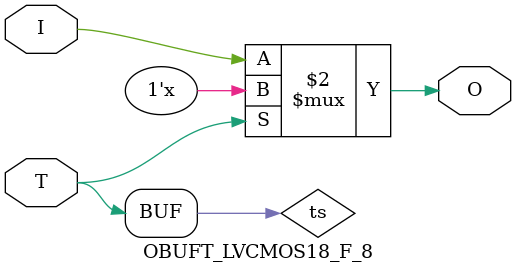
<source format=v>

/*

FUNCTION    : TRI-STATE OUTPUT BUFFER

*/

`celldefine
`timescale  100 ps / 10 ps

module OBUFT_LVCMOS18_F_8 (O, I, T);

    output O;

    input  I, T;

    or O1 (ts, 1'b0, T);
    bufif0 T1 (O, I, ts);

endmodule

</source>
